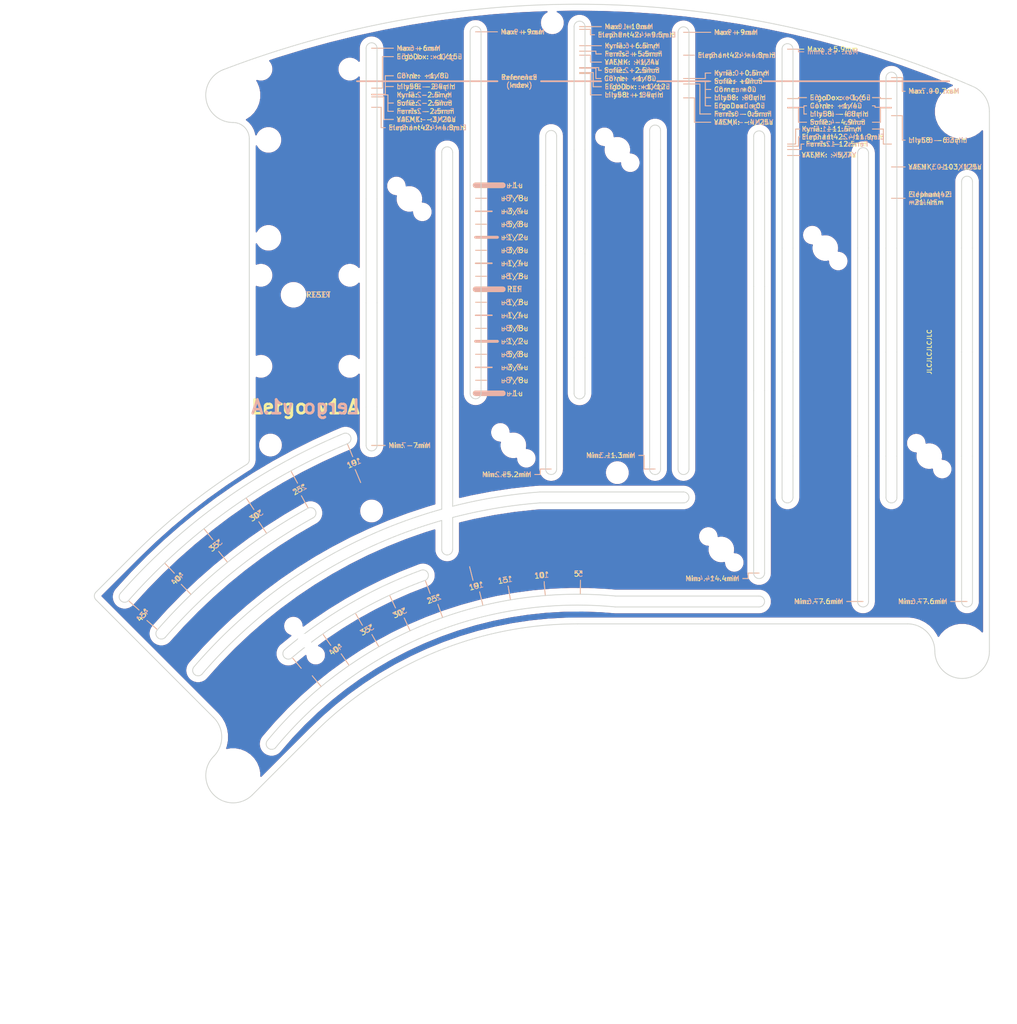
<source format=kicad_pcb>
(kicad_pcb (version 20171130) (host pcbnew 5.1.12-84ad8e8a86~92~ubuntu20.04.1)
  (title_block (title "Lergo bottom plate") (date 2021-11-11) (rev v1.A) (company "Axel Voitier") (comment 1 "SPDX-License-Identifier: CERN-OHL-W-2.0"))
  (layers (0 F.Cu signal) (31 B.Cu signal) (34 B.Paste user hide) (35 F.Paste user hide) (36 B.SilkS user) (37 F.SilkS user) (38 B.Mask user hide) (39 F.Mask user hide) (44 Edge.Cuts user))
  (net 0 "")
  (module "Lergo Footprints:KeebIO_USB-C_Breakout" (layer F.Cu) (at 107.81 52.12 90)
    (fp_text reference REF**)
    (fp_text value KeebIO_USB-C_Breakout)
    (pad "" np_thru_hole circle (at 9 -2.6789 90) (size 2.5 2.5) (drill 2.5) (layers *.Cu *.Mask))
    (pad "" np_thru_hole circle (at -8.9297 -2.6789 90) (size 2.5 2.5) (drill 2.5) (layers *.Cu *.Mask))
  )
  (module "Lergo Footprints:RollerEncoder_TopPlate" (layer F.Cu) (at 180.81 118.12 270)
    (fp_text reference REF**)
    (fp_text value RollerEncoder_Panasonic_EVQWGD001)
  )
  (module "Lergo Footprints:M5_with_washer_and_board" (layer F.Cu) (at 237.220381 136.74)
    (fp_text reference REF** hide)
    (fp_text value MountingHole_2.2mm_M2_ISO14580)
    (pad "" np_thru_hole circle (at -5 0) (size 5.3 5.3) (drill 5.3) (layers *.Cu *.Mask) (clearance 2.35))
  )
  (module "Lergo Footprints:M5_with_washer_and_board" (layer F.Cu) (at 102.174433 163.064671 315)
    (fp_text reference REF** hide)
    (fp_text value MountingHole_2.2mm_M2_ISO14580)
    (pad "" np_thru_hole circle (at -5 0 315) (size 5.3 5.3) (drill 5.3) (layers *.Cu *.Mask) (clearance 2.35))
  )
  (module "Lergo Footprints:M5_with_washer" (layer F.Cu) (at 232.220381 37.928844)
    (fp_text reference REF** hide)
    (fp_text value MountingHole_2.2mm_M2_ISO14580)
    (pad "" np_thru_hole circle (at 0 0) (size 5.3 5.3) (drill 5.3) (layers *.Cu *.Mask) (clearance 2.35))
  )
  (module "Lergo Footprints:M5_with_washer" (layer F.Cu) (at 98.638899 34.932171 90)
    (fp_text reference REF** hide)
    (fp_text value MountingHole_2.2mm_M2_ISO14580)
    (pad "" np_thru_hole circle (at 0 0 90) (size 5.3 5.3) (drill 5.3) (layers *.Cu *.Mask) (clearance 2.35))
  )
  (module "Lergo Footprints:JLCBCB_OrderNumber" (layer F.Cu) (at 226.225 81.95 90)
    (fp_text reference JLCJLCJLCJLC (at 0 0 90) (layer F.SilkS) (effects (font (size 0.8 0.8))))
    (fp_text value JLCBCB_OrderNumber)
  )
  (module "Lergo Footprints:M2_with_washer" (layer F.Cu) (at 124.02625 111.075)
    (fp_text reference Ref** hide)
    (fp_text value Val**)
    (pad "" np_thru_hole circle (at 0 0) (size 2 2) (drill 2) (layers *.Cu *.Mask) (clearance 1.1))
  )
  (module "Lergo Footprints:M2_with_washer" (layer F.Cu) (at 169.05 104.05 90)
    (fp_text reference TH7 hide)
    (fp_text value HOLE)
    (pad "" np_thru_hole circle (at 0 0 90) (size 2 2) (drill 2) (layers *.Cu *.Mask) (clearance 1.1))
  )
  (module "Lergo Footprints:M2_with_washer" (layer F.Cu) (at 105.5 99 90)
    (fp_text reference TH7 hide)
    (fp_text value HOLE)
    (pad "" np_thru_hole circle (at 0 0 90) (size 2 2) (drill 2) (layers *.Cu *.Mask) (clearance 1.1))
  )
  (module "Lergo Footprints:M2_with_washer" (layer F.Cu) (at 157.14375 21.659375 90)
    (fp_text reference TH3 hide)
    (fp_text value HOLE)
    (pad "" np_thru_hole circle (at 0 0 90) (size 2 2) (drill 2) (layers *.Cu *.Mask) (clearance 1.1))
  )
  (module "Lergo Footprints:SK6812_Bit_Bottom" (layer F.Cu) (at 169.05 44.925)
    (fp_text reference SW2 hide)
    (fp_text value KEY_SWITCH hide)
    (pad "" np_thru_hole circle (at 2.38125 2.38125) (size 1.2 1.2) (drill 1.2) (layers *.Cu *.Mask) (clearance 0.9))
    (pad "" np_thru_hole circle (at -2.38125 -2.38125) (size 1.2 1.2) (drill 1.2) (layers *.Cu *.Mask) (clearance 0.9))
    (pad "" np_thru_hole circle (at 0 0) (size 2.5 2.5) (drill 2.5) (layers *.Cu *.Mask))
  )
  (module "Lergo Footprints:SK6812_Bit_Bottom" (layer F.Cu) (at 226.2 101.025)
    (fp_text reference SW2 hide)
    (fp_text value KEY_SWITCH hide)
    (pad "" np_thru_hole circle (at 2.38125 2.38125) (size 1.2 1.2) (drill 1.2) (layers *.Cu *.Mask) (clearance 0.9))
    (pad "" np_thru_hole circle (at -2.38125 -2.38125) (size 1.2 1.2) (drill 1.2) (layers *.Cu *.Mask) (clearance 0.9))
    (pad "" np_thru_hole circle (at 0 0) (size 2.5 2.5) (drill 2.5) (layers *.Cu *.Mask))
  )
  (module "Lergo Footprints:SK6812_Bit_Bottom" (layer F.Cu) (at 188.1 118.12)
    (fp_text reference SW2 hide)
    (fp_text value KEY_SWITCH hide)
    (pad "" np_thru_hole circle (at 2.38125 2.38125) (size 1.2 1.2) (drill 1.2) (layers *.Cu *.Mask) (clearance 0.9))
    (pad "" np_thru_hole circle (at -2.38125 -2.38125) (size 1.2 1.2) (drill 1.2) (layers *.Cu *.Mask) (clearance 0.9))
    (pad "" np_thru_hole circle (at 0 0) (size 2.5 2.5) (drill 2.5) (layers *.Cu *.Mask))
  )
  (module "Lergo Footprints:SK6812_Bit_Bottom" (layer F.Cu) (at 207.15 62.925)
    (fp_text reference SW2 hide)
    (fp_text value KEY_SWITCH hide)
    (pad "" np_thru_hole circle (at 2.38125 2.38125) (size 1.2 1.2) (drill 1.2) (layers *.Cu *.Mask) (clearance 0.9))
    (pad "" np_thru_hole circle (at -2.38125 -2.38125) (size 1.2 1.2) (drill 1.2) (layers *.Cu *.Mask) (clearance 0.9))
    (pad "" np_thru_hole circle (at 0 0) (size 2.5 2.5) (drill 2.5) (layers *.Cu *.Mask))
  )
  (module "Lergo Footprints:SK6812_Bit_Bottom" (layer F.Cu) (at 150 99.05)
    (fp_text reference SW2 hide)
    (fp_text value KEY_SWITCH hide)
    (pad "" np_thru_hole circle (at 2.38125 2.38125) (size 1.2 1.2) (drill 1.2) (layers *.Cu *.Mask) (clearance 0.9))
    (pad "" np_thru_hole circle (at -2.38125 -2.38125) (size 1.2 1.2) (drill 1.2) (layers *.Cu *.Mask) (clearance 0.9))
    (pad "" np_thru_hole circle (at 0 0) (size 2.5 2.5) (drill 2.5) (layers *.Cu *.Mask))
  )
  (module "Lergo Footprints:SK6812_Bit_Bottom" (layer F.Cu) (at 130.95 53.925)
    (fp_text reference SW2 hide)
    (fp_text value KEY_SWITCH hide)
    (pad "" np_thru_hole circle (at 2.38125 2.38125) (size 1.2 1.2) (drill 1.2) (layers *.Cu *.Mask) (clearance 0.9))
    (pad "" np_thru_hole circle (at -2.38125 -2.38125) (size 1.2 1.2) (drill 1.2) (layers *.Cu *.Mask) (clearance 0.9))
    (pad "" np_thru_hole circle (at 0 0) (size 2.5 2.5) (drill 2.5) (layers *.Cu *.Mask))
  )
  (module "Lergo Footprints:SK6812_Bit_Bottom" (layer F.Cu) (at 111.744542 134.81169 352.5)
    (fp_text reference SW2 hide)
    (fp_text value KEY_SWITCH hide)
    (pad "" np_thru_hole circle (at 2.38125 2.38125 352.5) (size 1.2 1.2) (drill 1.2) (layers *.Cu *.Mask) (clearance 0.9))
    (pad "" np_thru_hole circle (at -2.38125 -2.38125 352.5) (size 1.2 1.2) (drill 1.2) (layers *.Cu *.Mask) (clearance 0.9))
    (pad "" np_thru_hole circle (at 0 0 352.5) (size 2.5 2.5) (drill 2.5) (layers *.Cu *.Mask))
  )
  (module "Lergo Footprints:CherryMX_Lergo_v1_BottomPlate_2u" (layer F.Cu) (at 97.135413 135.364647 45)
    (fp_text reference SW2 hide)
    (fp_text value 45° hide)
    (fp_text user %V (at -6.92375 -14.287501 48.7) (layer B.SilkS) (effects (justify mirror)))
    (fp_text user %V (at -6.92375 -14.287501 48.7) (layer B.SilkS) (effects (justify mirror)))
    (fp_text user %V (at -6.92375 -14.287501 48.7) (layer F.SilkS))
    (fp_text user %V (at -6.92375 -14.287501 48.7) (layer F.SilkS))
  )
  (module "Lergo Footprints:CherryMX_Lergo_v1_BottomPlate_2u" (layer F.Cu) (at 103.009594 129.977138 40)
    (fp_text reference SW2 hide)
    (fp_text value 40° hide)
    (fp_text user %V (at 6.92375 14.2875 214.9) (layer B.SilkS) (effects (justify mirror)))
    (fp_text user %V (at -6.92375 -14.2875 43.7) (layer B.SilkS) (effects (justify mirror)))
    (fp_text user %V (at 6.92375 14.2875 214.9) (layer F.SilkS))
    (fp_text user %V (at -6.92375 -14.2875 43.7) (layer F.SilkS))
  )
  (module "Lergo Footprints:CherryMX_Lergo_v1_BottomPlate_2u" (layer F.Cu) (at 109.335495 125.123104 35)
    (fp_text reference SW2 hide)
    (fp_text value 35° hide)
    (fp_text user %V (at 6.92375 14.2875 209.9) (layer B.SilkS) (effects (justify mirror)))
    (fp_text user %V (at -6.92375 -14.2875 38.7) (layer B.SilkS) (effects (justify mirror)))
    (fp_text user %V (at 6.92375 14.2875 209.9) (layer F.SilkS))
    (fp_text user %V (at -6.92375 -14.2875 38.7) (layer F.SilkS))
  )
  (module "Lergo Footprints:CherryMX_Lergo_v1_BottomPlate_2u" (layer F.Cu) (at 123.133072 117.157069 25)
    (fp_text reference SW2 hide)
    (fp_text value 25° hide)
    (fp_text user %V (at 6.92375 14.2875 199.9) (layer B.SilkS) (effects (justify mirror)))
    (fp_text user %V (at -6.92375 -14.2875 28.7) (layer B.SilkS) (effects (justify mirror)))
    (fp_text user %V (at 6.92375 14.2875 199.9) (layer F.SilkS))
    (fp_text user %V (at -6.92375 -14.2875 28.7) (layer F.SilkS))
  )
  (module "Lergo Footprints:CherryMX_Lergo_v1_BottomPlate_2u" (layer F.Cu) (at 132.003452 113.573203 19)
    (fp_text reference SW2 hide)
    (fp_text value 19° hide)
    (fp_text user %V (at 6.92375 14.2875 193.9) (layer B.SilkS) (effects (justify mirror)))
    (fp_text user %V (at -6.92375 -14.2875 22.7) (layer B.SilkS) (effects (justify mirror)))
    (fp_text user %V (at 6.92375 14.2875 193.9) (layer F.SilkS))
    (fp_text user %V (at -6.92375 -14.2875 22.7) (layer F.SilkS))
  )
  (module "Lergo Footprints:CherryMX_Lergo_v1_BottomPlate_2u" (layer F.Cu) (at 116.057845 120.838155 30)
    (fp_text reference SW2 hide)
    (fp_text value 30° hide)
    (fp_text user %V (at 6.92375 14.2875 204.9) (layer B.SilkS) (effects (justify mirror)))
    (fp_text user %V (at -6.92375 -14.2875 33.7) (layer B.SilkS) (effects (justify mirror)))
    (fp_text user %V (at 6.92375 14.2875 204.9) (layer F.SilkS))
    (fp_text user %V (at -6.92375 -14.2875 33.7) (layer F.SilkS))
  )
  (module "Lergo Footprints:CherryMX_Lergo_v1_BottomPlate_1u_No_Rail_Angle_Silk" (layer F.Cu) (at 154.624941 118.435141 5)
    (fp_text reference SW2 hide)
    (fp_text value 5° hide)
    (fp_text user %V (at 6.92375 4.7625 -0.1) (layer B.SilkS) (effects (justify mirror)))
    (fp_text user %V (at 6.92375 4.7625 -0.1) (layer F.SilkS))
  )
  (module "Lergo Footprints:CherryMX_Lergo_v1_BottomPlate_1u_No_Rail_Angle_Silk" (layer F.Cu) (at 147.543805 119.36739 10)
    (fp_text reference SW2 hide)
    (fp_text value 10° hide)
    (fp_text user %V (at 6.92375 4.7625 184.9) (layer B.SilkS) (effects (justify mirror)))
    (fp_text user %V (at 6.92375 4.7625 184.9) (layer F.SilkS))
  )
  (module "Lergo Footprints:Arduino_ProMicro_Lergo_v1_BottomPlate" (layer F.Cu) (at 111.9 58.3875)
    (fp_text reference SW2 hide)
    (fp_text value "PRO MICRO" hide)
    (fp_text user RESET (at 0 13.096875) (layer B.SilkS) (effects (justify right mirror)))
    (fp_text user RESET (at 0 13.096875) (layer F.SilkS) (effects (justify left)))
    (pad "" np_thru_hole circle (at -8.14375 9.525) (size 2 2) (drill 2) (layers *.Cu *.Mask) (clearance 1.1))
    (pad "" np_thru_hole circle (at -8.14375 -28.23) (size 2 2) (drill 2) (layers *.Cu *.Mask) (clearance 1.1))
    (pad "" np_thru_hole circle (at -8.14375 26.19375) (size 2 2) (drill 2) (layers *.Cu *.Mask) (clearance 1.1))
    (pad "" np_thru_hole circle (at 8.14375 26.19375) (size 2 2) (drill 2) (layers *.Cu *.Mask) (clearance 1.1))
    (pad "" np_thru_hole circle (at 8.14375 9.525) (size 2 2) (drill 2) (layers *.Cu *.Mask) (clearance 1.1))
    (pad "" np_thru_hole circle (at 8.14375 -28.23) (size 2 2) (drill 2) (layers *.Cu *.Mask) (clearance 1.1))
    (pad "" np_thru_hole circle (at -2.185 13.095) (size 2.5 2.5) (drill 2.5) (layers *.Cu *.Mask))
  )
  (module "Lergo Footprints:CherryMX_Lergo_v1_BottomPlate_1u_No_Rail_Angle_Silk" (layer F.Cu) (at 140.575 120.91 15)
    (fp_text reference SW2 hide)
    (fp_text value 15° hide)
    (fp_text user %V (at 6.92375 4.7625 189.9) (layer B.SilkS) (effects (justify mirror)))
    (fp_text user %V (at 6.92375 4.7625 189.9) (layer F.SilkS))
  )
  (module "Lergo Footprints:CherryMX_Lergo_v1_BottomPlate_1u_No_Rail" (layer F.Cu) (at 207.15 53.4)
    (fp_text reference SW2 hide)
    (fp_text value KEY_SWITCH hide)
  )
  (module "Lergo Footprints:CherryMX_Lergo_v1_BottomPlate_1u_No_Rail" (layer F.Cu) (at 150 80)
    (fp_text reference SW2 hide)
    (fp_text value KEY_SWITCH hide)
  )
  (module "Lergo Footprints:CherryMX_Lergo_v1_BottomPlate_1u_Mount_Spacing" (layer F.Cu) (at 137.87375 118.12 180)
    (fp_text reference Spacer hide)
    (fp_text value KEY_SWITCH hide)
  )
  (module "Lergo Footprints:CherryMX_Lergo_v1_BottomPlate_1u_No_Rail" (layer F.Cu) (at 188.1 98.55)
    (fp_text reference SW2 hide)
    (fp_text value KEY_SWITCH hide)
  )
  (module "Lergo Footprints:CherryMX_Lergo_v1_BottomPlate_1u_No_Rail" (layer F.Cu) (at 130.95 44.4)
    (fp_text reference SW2 hide)
    (fp_text value KEY_SWITCH hide)
  )
  (module "Lergo Footprints:CherryMX_Lergo_v1_BottomPlate_1u_No_Rail" (layer F.Cu) (at 226.2 53.4)
    (fp_text reference SW2 hide)
    (fp_text value KEY_SWITCH hide)
  )
  (module "Lergo Footprints:CherryMX_Lergo_v1_BottomPlate_1u_No_Rail" (layer F.Cu) (at 226.2 110.55)
    (fp_text reference SW2 hide)
    (fp_text value KEY_SWITCH hide)
  )
  (module "Lergo Footprints:CherryMX_Lergo_v1_BottomPlate_1u_No_Rail" (layer F.Cu) (at 207.15 110.55)
    (fp_text reference SW2 hide)
    (fp_text value KEY_SWITCH hide)
  )
  (module "Lergo Footprints:CherryMX_Lergo_v1_BottomPlate_1u_No_Rail" (layer F.Cu) (at 150 41.9)
    (fp_text reference SW2 hide)
    (fp_text value KEY_SWITCH hide)
  )
  (module "Lergo Footprints:CherryMX_Lergo_v1_BottomPlate_1u_No_Rail" (layer F.Cu) (at 188.1 41.4)
    (fp_text reference SW2 hide)
    (fp_text value KEY_SWITCH hide)
  )
  (module "Lergo Footprints:CherryMX_Lergo_v1_BottomPlate_1u_No_Rail" (layer F.Cu) (at 169.05 35.4)
    (fp_text reference SW2 hide)
    (fp_text value KEY_SWITCH hide)
  )
  (module "Lergo Footprints:CherryMX_Lergo_v1_BottomPlate_1u_No_Rail" (layer F.Cu) (at 130.95 101.55)
    (fp_text reference SW2 hide)
    (fp_text value KEY_SWITCH hide)
  )
  (module "Lergo Footprints:CherryMX_Lergo_v1_BottomPlate_1u_No_Rail" (layer F.Cu) (at 150 99.05)
    (fp_text reference SW2 hide)
    (fp_text value KEY_SWITCH hide)
  )
  (module "Lergo Footprints:CherryMX_Lergo_v1_BottomPlate_1u_No_Rail" (layer F.Cu) (at 169.05 92.55)
    (fp_text reference SW2 hide)
    (fp_text value KEY_SWITCH hide)
  )
  (module "Lergo Footprints:CherryMX_Lergo_v1_BottomPlate_1u_No_Rail" (layer F.Cu) (at 180.81 118.12)
    (fp_text reference SW2 hide)
    (fp_text value KEY_SWITCH hide)
  )
  (module "Lergo Footprints:CherryMX_Lergo_v1_BottomPlate_1u_No_Rail" (layer F.Cu) (at 161.76 118.12)
    (fp_text reference SW2 hide)
    (fp_text value KEY_SWITCH hide)
  )
  (module "Lergo Footprints:CherryMX_Lergo_v1_BottomPlate_1u" (layer F.Cu) (at 207.15 72.45)
    (fp_text reference SW2 hide)
    (fp_text value KEY_SWITCH hide)
    (fp_line (start -7.92375 -9.525) (end -7.92375 9.525) (layer Edge.Cuts) (width 0.15))
    (fp_line (start 7.92375 -9.525) (end 7.92375 9.525) (layer Edge.Cuts) (width 0.15))
    (fp_line (start -5.92375 -9.525) (end -5.92375 9.525) (layer Edge.Cuts) (width 0.15))
    (fp_line (start 5.92375 -9.525) (end 5.92375 9.525) (layer Edge.Cuts) (width 0.15))
  )
  (module "Lergo Footprints:CherryMX_Lergo_v1_BottomPlate_1u" (layer F.Cu) (at 226.2 91.5)
    (fp_text reference SW2 hide)
    (fp_text value KEY_SWITCH hide)
    (fp_line (start -7.92375 -9.525) (end -7.92375 9.525) (layer Edge.Cuts) (width 0.15))
    (fp_line (start 7.92375 -9.525) (end 7.92375 9.525) (layer Edge.Cuts) (width 0.15))
    (fp_line (start -5.92375 -9.525) (end -5.92375 9.525) (layer Edge.Cuts) (width 0.15))
    (fp_line (start 5.92375 -9.525) (end 5.92375 9.525) (layer Edge.Cuts) (width 0.15))
  )
  (module "Lergo Footprints:CherryMX_Lergo_v1_BottomPlate_1u" (layer F.Cu) (at 207.15 91.5)
    (fp_text reference SW2 hide)
    (fp_text value KEY_SWITCH hide)
    (fp_line (start -7.92375 -9.525) (end -7.92375 9.525) (layer Edge.Cuts) (width 0.15))
    (fp_line (start 7.92375 -9.525) (end 7.92375 9.525) (layer Edge.Cuts) (width 0.15))
    (fp_line (start -5.92375 -9.525) (end -5.92375 9.525) (layer Edge.Cuts) (width 0.15))
    (fp_line (start 5.92375 -9.525) (end 5.92375 9.525) (layer Edge.Cuts) (width 0.15))
  )
  (module "Lergo Footprints:CherryMX_Lergo_v1_BottomPlate_1u" (layer F.Cu) (at 188.1 79.5)
    (fp_text reference SW2 hide)
    (fp_text value KEY_SWITCH hide)
    (fp_line (start -7.92375 -9.525) (end -7.92375 9.525) (layer Edge.Cuts) (width 0.15))
    (fp_line (start 7.92375 -9.525) (end 7.92375 9.525) (layer Edge.Cuts) (width 0.15))
    (fp_line (start -5.92375 -9.525) (end -5.92375 9.525) (layer Edge.Cuts) (width 0.15))
    (fp_line (start 5.92375 -9.525) (end 5.92375 9.525) (layer Edge.Cuts) (width 0.15))
  )
  (module "Lergo Footprints:CherryMX_Lergo_v1_BottomPlate_1u" (layer F.Cu) (at 169.05 73.5)
    (fp_text reference SW2 hide)
    (fp_text value KEY_SWITCH hide)
    (fp_line (start -7.92375 -9.525) (end -7.92375 9.525) (layer Edge.Cuts) (width 0.15))
    (fp_line (start 7.92375 -9.525) (end 7.92375 9.525) (layer Edge.Cuts) (width 0.15))
    (fp_line (start -5.92375 -9.525) (end -5.92375 9.525) (layer Edge.Cuts) (width 0.15))
    (fp_line (start 5.92375 -9.525) (end 5.92375 9.525) (layer Edge.Cuts) (width 0.15))
  )
  (module "Lergo Footprints:CherryMX_Lergo_v1_BottomPlate_1u" (layer F.Cu) (at 130.95 63.45)
    (fp_text reference SW2 hide)
    (fp_text value KEY_SWITCH hide)
    (fp_line (start -7.92375 -9.525) (end -7.92375 9.525) (layer Edge.Cuts) (width 0.15))
    (fp_line (start 7.92375 -9.525) (end 7.92375 9.525) (layer Edge.Cuts) (width 0.15))
    (fp_line (start -5.92375 -9.525) (end -5.92375 9.525) (layer Edge.Cuts) (width 0.15))
    (fp_line (start 5.92375 -9.525) (end 5.92375 9.525) (layer Edge.Cuts) (width 0.15))
  )
  (module "Lergo Footprints:CherryMX_Lergo_v1_BottomPlate_1u" (layer F.Cu) (at 150 60.95)
    (fp_text reference SW2 hide)
    (fp_text value KEY_SWITCH hide)
    (fp_line (start -7.92375 -9.525) (end -7.92375 9.525) (layer Edge.Cuts) (width 0.15))
    (fp_line (start 7.92375 -9.525) (end 7.92375 9.525) (layer Edge.Cuts) (width 0.15))
    (fp_line (start -5.92375 -9.525) (end -5.92375 9.525) (layer Edge.Cuts) (width 0.15))
    (fp_line (start 5.92375 -9.525) (end 5.92375 9.525) (layer Edge.Cuts) (width 0.15))
  )
  (module "Lergo Footprints:CherryMX_Lergo_v1_BottomPlate_1u" (layer F.Cu) (at 169.05 54.45)
    (fp_text reference SW2 hide)
    (fp_text value KEY_SWITCH hide)
    (fp_line (start -7.92375 -9.525) (end -7.92375 9.525) (layer Edge.Cuts) (width 0.15))
    (fp_line (start 7.92375 -9.525) (end 7.92375 9.525) (layer Edge.Cuts) (width 0.15))
    (fp_line (start -5.92375 -9.525) (end -5.92375 9.525) (layer Edge.Cuts) (width 0.15))
    (fp_line (start 5.92375 -9.525) (end 5.92375 9.525) (layer Edge.Cuts) (width 0.15))
  )
  (module "Lergo Footprints:CherryMX_Lergo_v1_BottomPlate_1u" (layer F.Cu) (at 188.1 60.45)
    (fp_text reference SW2 hide)
    (fp_text value KEY_SWITCH hide)
    (fp_line (start -7.92375 -9.525) (end -7.92375 9.525) (layer Edge.Cuts) (width 0.15))
    (fp_line (start 7.92375 -9.525) (end 7.92375 9.525) (layer Edge.Cuts) (width 0.15))
    (fp_line (start -5.92375 -9.525) (end -5.92375 9.525) (layer Edge.Cuts) (width 0.15))
    (fp_line (start 5.92375 -9.525) (end 5.92375 9.525) (layer Edge.Cuts) (width 0.15))
  )
  (module "Lergo Footprints:CherryMX_Lergo_v1_BottomPlate_1u" (layer F.Cu) (at 226.2 72.45)
    (fp_text reference SW2 hide)
    (fp_text value KEY_SWITCH hide)
    (fp_line (start -7.92375 -9.525) (end -7.92375 9.525) (layer Edge.Cuts) (width 0.15))
    (fp_line (start 7.92375 -9.525) (end 7.92375 9.525) (layer Edge.Cuts) (width 0.15))
    (fp_line (start -5.92375 -9.525) (end -5.92375 9.525) (layer Edge.Cuts) (width 0.15))
    (fp_line (start 5.92375 -9.525) (end 5.92375 9.525) (layer Edge.Cuts) (width 0.15))
  )
  (module "Lergo Footprints:CherryMX_Lergo_v1_BottomPlate_1u" (layer F.Cu) (at 130.95 82.5)
    (fp_text reference SW2 hide)
    (fp_text value KEY_SWITCH hide)
    (fp_line (start -7.92375 -9.525) (end -7.92375 9.525) (layer Edge.Cuts) (width 0.15))
    (fp_line (start 7.92375 -9.525) (end 7.92375 9.525) (layer Edge.Cuts) (width 0.15))
    (fp_line (start -5.92375 -9.525) (end -5.92375 9.525) (layer Edge.Cuts) (width 0.15))
    (fp_line (start 5.92375 -9.525) (end 5.92375 9.525) (layer Edge.Cuts) (width 0.15))
  )
  (gr_text "Min: -7mm" (at 127.02625 99.07) (layer B.SilkS) (effects (font (size 0.9 0.9)) (justify right mirror)))
  (gr_line (start 124.02625 99.07) (end 126.52625 99.07) (layer B.SilkS) (width 0.153))
  (gr_line (start 124.02625 99.07) (end 126.52625 99.07) (layer F.SilkS) (width 0.153))
  (gr_text "Min: -7mm" (at 127.02625 99.07) (layer F.SilkS) (effects (font (size 0.9 0.9)) (justify left)))
  (gr_line (start 156.92375 103.395) (end 154.92375 103.395) (layer B.SilkS) (width 0.153))
  (gr_line (start 154.92375 103.395) (end 154.92375 104.395) (layer B.SilkS) (width 0.153))
  (gr_line (start 154.92375 104.395) (end 153.92375 104.395) (layer B.SilkS) (width 0.153))
  (gr_text "Min: +5.2mm" (at 153.42375 104.395) (layer B.SilkS) (effects (font (size 0.9 0.9)) (justify left mirror)))
  (gr_line (start 175.97375 103.395) (end 173.97375 103.395) (layer B.SilkS) (width 0.153))
  (gr_line (start 173.97375 103.395) (end 173.97375 100.895) (layer B.SilkS) (width 0.153))
  (gr_line (start 173.97375 100.895) (end 172.97375 100.895) (layer B.SilkS) (width 0.153))
  (gr_text "Min: -1.3mm" (at 172.47375 100.895) (layer B.SilkS) (effects (font (size 0.9 0.9)) (justify left mirror)))
  (gr_line (start 193.02375 123.445) (end 193.02375 122.445) (layer B.SilkS) (width 0.153))
  (gr_line (start 192.02375 123.445) (end 193.02375 123.445) (layer B.SilkS) (width 0.153))
  (gr_line (start 195.02375 122.445) (end 193.02375 122.445) (layer B.SilkS) (width 0.153))
  (gr_text "Min: -14.4mm" (at 191.52375 123.445) (layer B.SilkS) (effects (font (size 0.9 0.9)) (justify left mirror)))
  (gr_text "Min: -7.6mm" (at 210.57375 127.64375) (layer B.SilkS) (effects (font (size 0.9 0.9)) (justify left mirror)))
  (gr_line (start 214.07375 127.64375) (end 211.07375 127.64375) (layer B.SilkS) (width 0.153))
  (gr_text "Min: -7.6mm" (at 229.62375 127.64375) (layer B.SilkS) (effects (font (size 0.9 0.9)) (justify left mirror)))
  (gr_line (start 233.12375 127.64375) (end 230.12375 127.64375) (layer B.SilkS) (width 0.153))
  (gr_line (start 154.92375 104.395) (end 153.92375 104.395) (layer F.SilkS) (width 0.153))
  (gr_line (start 154.92375 103.395) (end 154.92375 104.395) (layer F.SilkS) (width 0.153))
  (gr_line (start 193.02375 123.445) (end 193.02375 122.445) (layer F.SilkS) (width 0.153))
  (gr_line (start 192.02375 123.445) (end 193.02375 123.445) (layer F.SilkS) (width 0.153))
  (gr_line (start 156.92375 103.395) (end 154.92375 103.395) (layer F.SilkS) (width 0.153))
  (gr_line (start 173.97375 100.895) (end 172.97375 100.895) (layer F.SilkS) (width 0.153))
  (gr_line (start 173.97375 103.395) (end 173.97375 100.895) (layer F.SilkS) (width 0.153))
  (gr_line (start 175.97375 103.395) (end 173.97375 103.395) (layer F.SilkS) (width 0.153))
  (gr_line (start 195.02375 122.445) (end 193.02375 122.445) (layer F.SilkS) (width 0.153))
  (gr_line (start 214.07375 127.64375) (end 211.07375 127.64375) (layer F.SilkS) (width 0.153))
  (gr_line (start 233.12375 127.64375) (end 230.12375 127.64375) (layer F.SilkS) (width 0.153))
  (gr_text "Min: +5.2mm" (at 153.42375 104.395) (layer F.SilkS) (effects (font (size 0.9 0.9)) (justify right)))
  (gr_text "Min: -1.3mm" (at 172.47375 100.895) (layer F.SilkS) (effects (font (size 0.9 0.9)) (justify right)))
  (gr_text "Min: -14.4mm" (at 191.52375 123.445) (layer F.SilkS) (effects (font (size 0.9 0.9)) (justify right)))
  (gr_text "Min: -7.6mm" (at 210.57375 127.64375) (layer F.SilkS) (effects (font (size 0.9 0.9)) (justify right)))
  (gr_text "Min: -7.6mm" (at 229.62375 127.64375) (layer F.SilkS) (effects (font (size 0.9 0.9)) (justify right)))
  (gr_line (start 202.22625 26.992464) (end 202.22625 26.492464) (layer B.SilkS) (width 0.153))
  (gr_line (start 203.22625 26.992464) (end 202.22625 26.992464) (layer B.SilkS) (width 0.153))
  (gr_text "Elephant42:\n-21.4mm" (at 222.27625 53.816945) (layer B.SilkS) (effects (font (size 0.9 0.9)) (justify right mirror)))
  (gr_line (start 221.77625 53.816945) (end 219.27625 53.816945) (layer B.SilkS) (width 0.153))
  (gr_text "YAEMK: -103/125u" (at 222.27625 48.0722) (layer B.SilkS) (effects (font (size 0.9 0.9)) (justify right mirror)))
  (gr_line (start 221.77625 48.0722) (end 219.27625 48.0722) (layer B.SilkS) (width 0.153))
  (gr_text "Lily58: -6.3mm" (at 222.27625 43.175) (layer B.SilkS) (effects (font (size 0.9 0.9)) (justify right mirror)))
  (gr_line (start 221.77625 43.175) (end 221.27625 43.175) (layer B.SilkS) (width 0.153))
  (gr_line (start 221.27625 43.175) (end 221.27625 38.675) (layer B.SilkS) (width 0.153))
  (gr_line (start 221.27625 38.675) (end 219.27625 38.675) (layer B.SilkS) (width 0.153))
  (gr_text "Max: +0.7mm" (at 222.27625 34.175) (layer B.SilkS) (effects (font (size 0.9 0.9)) (justify right mirror)))
  (gr_line (start 221.27625 34.216945) (end 221.77625 34.216945) (layer B.SilkS) (width 0.153))
  (gr_line (start 221.27625 31.716945) (end 221.27625 34.216945) (layer B.SilkS) (width 0.153))
  (gr_line (start 221.27625 31.716945) (end 219.27625 31.716945) (layer B.SilkS) (width 0.153))
  (gr_line (start 217.77625 43.875) (end 219.27625 43.875) (layer B.SilkS) (width 0.153))
  (gr_line (start 217.77625 41.125) (end 217.77625 43.875) (layer B.SilkS) (width 0.153))
  (gr_line (start 217.77625 41.125) (end 215.77625 41.125) (layer B.SilkS) (width 0.153))
  (gr_line (start 217.27625 35.375) (end 217.27625 35.55254) (layer B.SilkS) (width 0.153))
  (gr_line (start 216.27625 36.875) (end 216.27625 37.1375) (layer B.SilkS) (width 0.153))
  (gr_line (start 217.27625 39.875) (end 217.27625 37.275) (layer B.SilkS) (width 0.153))
  (gr_line (start 215.77625 39.875) (end 217.27625 39.875) (layer B.SilkS) (width 0.153))
  (gr_line (start 217.27625 37.275) (end 219.27625 37.275) (layer B.SilkS) (width 0.153))
  (gr_line (start 216.27625 37.1375) (end 219.27625 37.1375) (layer B.SilkS) (width 0.153))
  (gr_line (start 216.27625 36.875) (end 215.77625 36.875) (layer B.SilkS) (width 0.153))
  (gr_line (start 217.27625 35.55254) (end 219.27625 35.55254) (layer B.SilkS) (width 0.153))
  (gr_line (start 217.27625 35.375) (end 215.77625 35.375) (layer B.SilkS) (width 0.153))
  (gr_line (start 221.77625 53.816945) (end 219.27625 53.816945) (layer F.SilkS) (width 0.153))
  (gr_line (start 221.27625 34.216945) (end 221.77625 34.216945) (layer F.SilkS) (width 0.153))
  (gr_line (start 221.27625 31.716945) (end 221.27625 34.216945) (layer F.SilkS) (width 0.153))
  (gr_line (start 221.27625 31.716945) (end 219.27625 31.716945) (layer F.SilkS) (width 0.153))
  (gr_line (start 217.77625 41.125) (end 215.77625 41.125) (layer F.SilkS) (width 0.153))
  (gr_line (start 217.77625 41.125) (end 217.77625 43.875) (layer F.SilkS) (width 0.153))
  (gr_line (start 217.77625 43.875) (end 219.27625 43.875) (layer F.SilkS) (width 0.153))
  (gr_line (start 215.77625 39.875) (end 217.27625 39.875) (layer F.SilkS) (width 0.153))
  (gr_line (start 217.27625 37.275) (end 217.27625 39.875) (layer F.SilkS) (width 0.153))
  (gr_line (start 217.27625 37.275) (end 219.27625 37.275) (layer F.SilkS) (width 0.153))
  (gr_line (start 216.27625 36.875) (end 215.77625 36.875) (layer F.SilkS) (width 0.153))
  (gr_line (start 216.27625 36.875) (end 216.27625 37.1375) (layer F.SilkS) (width 0.153))
  (gr_line (start 216.27625 37.1375) (end 219.27625 37.1375) (layer F.SilkS) (width 0.153))
  (gr_line (start 217.27625 35.375) (end 217.27625 35.55254) (layer F.SilkS) (width 0.153))
  (gr_line (start 217.27625 35.375) (end 215.77625 35.375) (layer F.SilkS) (width 0.153))
  (gr_line (start 217.27625 35.55254) (end 219.27625 35.55254) (layer F.SilkS) (width 0.153))
  (gr_text "Elephant42:\n-21.4mm" (at 222.27625 53.816945) (layer F.SilkS) (effects (font (size 0.9 0.9)) (justify left)))
  (gr_text "Lergo v1.A" (at 111.9 92.025) (layer B.SilkS) (effects (font (size 2.5 2.5) (thickness 0.5)) (justify mirror)))
  (gr_text "YAEMK: -5/7u" (at 202.72625 45.875) (layer B.SilkS) (effects (font (size 0.9 0.9)) (justify right mirror)))
  (gr_text "Ferris: -12.5mm" (at 203.47625 43.875) (layer B.SilkS) (effects (font (size 0.9 0.9)) (justify right mirror)))
  (gr_text "Elephant42: -11.9mm" (at 202.72625 42.57) (layer B.SilkS) (effects (font (size 0.9 0.9)) (justify right mirror)))
  (gr_text "Kyria: -11.5mm" (at 202.72625 41.125) (layer B.SilkS) (effects (font (size 0.9 0.9)) (justify right mirror)))
  (gr_text "Sofle: -4.9mm" (at 204.22625 39.875) (layer B.SilkS) (effects (font (size 0.9 0.9)) (justify right mirror)))
  (gr_text "Lily58: -4.8mm" (at 204.22625 38.375) (layer B.SilkS) (effects (font (size 0.9 0.9)) (justify right mirror)))
  (gr_text "Corne: -1/4u" (at 204.22625 36.875) (layer B.SilkS) (effects (font (size 0.9 0.9)) (justify right mirror)))
  (gr_text "ErgoDox: -1/6u" (at 204.22625 35.375) (layer B.SilkS) (effects (font (size 0.9 0.9)) (justify right mirror)))
  (gr_line (start 200.22625 45.964) (end 202.47625 45.964) (layer B.SilkS) (width 0.153))
  (gr_line (start 201.72625 41.125) (end 201.72625 43.875) (layer B.SilkS) (width 0.153))
  (gr_line (start 202.22625 42.57) (end 202.22625 44.285) (layer B.SilkS) (width 0.153))
  (gr_line (start 202.72625 43.875) (end 202.72625 44.875) (layer B.SilkS) (width 0.153))
  (gr_line (start 203.22625 43.875) (end 202.72625 43.875) (layer B.SilkS) (width 0.153))
  (gr_line (start 202.72625 44.875) (end 200.22625 44.875) (layer B.SilkS) (width 0.153))
  (gr_line (start 200.22625 44.285) (end 202.22625 44.285) (layer B.SilkS) (width 0.153))
  (gr_line (start 202.47625 42.57) (end 202.22625 42.57) (layer B.SilkS) (width 0.153))
  (gr_line (start 202.47625 41.125) (end 201.72625 41.125) (layer B.SilkS) (width 0.153))
  (gr_line (start 200.22625 43.875) (end 201.72625 43.875) (layer B.SilkS) (width 0.153))
  (gr_line (start 202.22625 39.875) (end 203.72625 39.875) (layer B.SilkS) (width 0.153))
  (gr_line (start 200.22625 37.275) (end 202.22625 37.275) (layer B.SilkS) (width 0.153))
  (gr_line (start 202.22625 37.275) (end 202.22625 39.875) (layer B.SilkS) (width 0.153))
  (gr_line (start 203.22625 36.875) (end 203.22625 38.375) (layer B.SilkS) (width 0.153))
  (gr_line (start 203.22625 38.375) (end 203.72625 38.375) (layer B.SilkS) (width 0.153))
  (gr_line (start 200.22625 37.1375) (end 203.22625 37.1375) (layer B.SilkS) (width 0.153))
  (gr_line (start 203.72625 36.875) (end 203.22625 36.875) (layer B.SilkS) (width 0.153))
  (gr_line (start 200.22625 35.55254) (end 202.22625 35.55254) (layer B.SilkS) (width 0.153))
  (gr_line (start 202.22625 35.375) (end 202.22625 35.55254) (layer B.SilkS) (width 0.153))
  (gr_line (start 203.72625 35.375) (end 202.22625 35.375) (layer B.SilkS) (width 0.153))
  (gr_line (start 200.22625 26.492464) (end 202.22625 26.492464) (layer B.SilkS) (width 0.153))
  (gr_text "Max: +5.9mm" (at 203.72625 26.992464) (layer B.SilkS) (effects (font (size 0.9 0.9)) (justify right mirror)))
  (gr_text "YAEMK: -4/25u" (at 186.67625 39.875) (layer B.SilkS) (effects (font (size 0.9 0.9)) (justify right mirror)))
  (gr_text "Ferris: -0.5mm" (at 186.67625 38.375) (layer B.SilkS) (effects (font (size 0.9 0.9)) (justify right mirror)))
  (gr_text "ErgoDox: +0u" (at 186.67625 36.875) (layer B.SilkS) (effects (font (size 0.9 0.9)) (justify right mirror)))
  (gr_text "Lily58: +0mm" (at 186.67625 35.375) (layer B.SilkS) (effects (font (size 0.9 0.9)) (justify right mirror)))
  (gr_text "Corne: +0u" (at 186.67625 33.875) (layer B.SilkS) (effects (font (size 0.9 0.9)) (justify right mirror)))
  (gr_text "Sofle: +0mm" (at 186.67625 32.375) (layer B.SilkS) (effects (font (size 0.9 0.9)) (justify right mirror)))
  (gr_text "Kyria: +0.5mm" (at 186.67625 30.875) (layer B.SilkS) (effects (font (size 0.9 0.9)) (justify right mirror)))
  (gr_text "Elephant42: +4.8mm" (at 183.67625 27.6145) (layer B.SilkS) (effects (font (size 0.9 0.9)) (justify right mirror)))
  (gr_text "Max: +9mm" (at 186.67625 23.41485) (layer B.SilkS) (effects (font (size 0.9 0.9)) (justify right mirror)))
  (gr_line (start 185.17625 31.875) (end 185.17625 30.875) (layer B.SilkS) (width 0.153))
  (gr_line (start 184.17625 38.375) (end 184.17625 32.875) (layer B.SilkS) (width 0.153))
  (gr_line (start 183.17625 39.875) (end 183.17625 35.423) (layer B.SilkS) (width 0.153))
  (gr_line (start 186.17625 33.875) (end 185.17625 33.875) (layer B.SilkS) (width 0.153))
  (gr_line (start 186.17625 35.375) (end 185.17625 35.375) (layer B.SilkS) (width 0.153))
  (gr_line (start 186.17625 36.875) (end 185.17625 36.875) (layer B.SilkS) (width 0.153))
  (gr_line (start 186.17625 38.375) (end 184.17625 38.375) (layer B.SilkS) (width 0.153))
  (gr_line (start 186.17625 39.875) (end 183.17625 39.875) (layer B.SilkS) (width 0.153))
  (gr_line (start 183.17625 35.423) (end 181.17625 35.423) (layer B.SilkS) (width 0.153))
  (gr_line (start 185.17625 36.875) (end 185.17625 32.375) (layer B.SilkS) (width 0.153))
  (gr_line (start 184.17625 32.875) (end 181.17625 32.875) (layer B.SilkS) (width 0.153))
  (gr_line (start 185.17625 30.875) (end 186.17625 30.875) (layer B.SilkS) (width 0.153))
  (gr_line (start 181.17625 32.375) (end 186.17625 32.375) (layer B.SilkS) (width 0.153))
  (gr_line (start 185.17625 31.875) (end 181.17625 31.875) (layer B.SilkS) (width 0.153))
  (gr_line (start 181.17625 27.6145) (end 183.17625 27.6145) (layer B.SilkS) (width 0.153))
  (gr_line (start 181.17625 23.41485) (end 186.17625 23.41485) (layer B.SilkS) (width 0.153))
  (gr_line (start 185.17625 31.875) (end 181.17625 31.875) (layer F.SilkS) (width 0.153))
  (gr_text "Lily58: +1.4mm" (at 166.62625 34.875) (layer B.SilkS) (effects (font (size 0.9 0.9)) (justify right mirror)))
  (gr_text "ErgoDox: +1/12u" (at 166.62625 33.375) (layer B.SilkS) (effects (font (size 0.9 0.9)) (justify right mirror)))
  (gr_text "Corne: +1/8u" (at 166.52625 31.875) (layer B.SilkS) (effects (font (size 0.9 0.9)) (justify right mirror)))
  (gr_text "Sofle: +2.5mm" (at 166.52625 30.375) (layer B.SilkS) (effects (font (size 0.9 0.9)) (justify right mirror)))
  (gr_text "YAEMK: +1/4u" (at 166.62625 28.875) (layer B.SilkS) (effects (font (size 0.9 0.9)) (justify right mirror)))
  (gr_text "Ferris: +5.5mm" (at 166.62625 27.375) (layer B.SilkS) (effects (font (size 0.9 0.9)) (justify right mirror)))
  (gr_text "Kyria: +6.5mm" (at 166.62625 25.875) (layer B.SilkS) (effects (font (size 0.9 0.9)) (justify right mirror)))
  (gr_line (start 166.12625 25.875) (end 162.12625 25.875) (layer B.SilkS) (width 0.153))
  (gr_line (start 166.12625 25.875) (end 162.12625 25.875) (layer F.SilkS) (width 0.153))
  (gr_text "Elephant42: +9.5mm" (at 165.37625 23.875) (layer B.SilkS) (effects (font (size 0.9 0.9)) (justify right mirror)))
  (gr_text "Max: +10mm" (at 166.62625 22.375) (layer B.SilkS) (effects (font (size 0.9 0.9)) (justify right mirror)))
  (gr_line (start 166.12625 34.875) (end 164.12625 34.875) (layer B.SilkS) (width 0.153))
  (gr_line (start 166.12625 33.375) (end 164.62625 33.375) (layer B.SilkS) (width 0.153))
  (gr_line (start 166.02625 31.875) (end 165.12625 31.875) (layer B.SilkS) (width 0.153))
  (gr_line (start 162.12625 30.975) (end 164.12625 30.975) (layer B.SilkS) (width 0.153))
  (gr_line (start 162.12625 30.775) (end 164.62625 30.775) (layer B.SilkS) (width 0.153))
  (gr_line (start 165.62625 30.375) (end 166.12625 30.375) (layer B.SilkS) (width 0.153))
  (gr_line (start 162.12625 29.99375) (end 165.12625 29.99375) (layer B.SilkS) (width 0.153))
  (gr_line (start 162.12625 29.875) (end 165.62625 29.875) (layer B.SilkS) (width 0.153))
  (gr_line (start 166.12625 28.875) (end 164.12625 28.875) (layer B.SilkS) (width 0.153))
  (gr_line (start 162.12625 27.6125) (end 164.12625 27.6125) (layer B.SilkS) (width 0.153))
  (gr_line (start 165.12625 27.375) (end 166.12625 27.375) (layer B.SilkS) (width 0.153))
  (gr_line (start 162.12625 26.875) (end 165.12625 26.875) (layer B.SilkS) (width 0.153))
  (gr_line (start 164.87625 23.875) (end 164.12625 23.875) (layer B.SilkS) (width 0.153))
  (gr_line (start 164.12625 22.875) (end 162.12625 22.875) (layer B.SilkS) (width 0.153))
  (gr_line (start 166.12625 22.375) (end 162.12625 22.375) (layer B.SilkS) (width 0.153))
  (gr_line (start 164.12625 34.875) (end 164.12625 30.975) (layer B.SilkS) (width 0.153))
  (gr_line (start 164.62625 30.775) (end 164.62625 33.375) (layer B.SilkS) (width 0.153))
  (gr_line (start 165.12625 31.875) (end 165.12625 29.99375) (layer B.SilkS) (width 0.153))
  (gr_line (start 165.62625 29.875) (end 165.62625 30.375) (layer B.SilkS) (width 0.153))
  (gr_line (start 164.12625 28.875) (end 164.12625 27.6125) (layer B.SilkS) (width 0.153))
  (gr_line (start 165.12625 26.875) (end 165.12625 27.375) (layer B.SilkS) (width 0.153))
  (gr_line (start 164.12625 22.875) (end 164.12625 23.875) (layer B.SilkS) (width 0.153))
  (gr_text "Max: +6mm" (at 128.52625 26.335557) (layer F.SilkS) (effects (font (size 0.9 0.9)) (justify left)))
  (gr_text "ErgoDox: -1/15u" (at 128.52625 27.875) (layer F.SilkS) (effects (font (size 0.9 0.9)) (justify left)))
  (gr_text "Corne: -1/8u" (at 128.52625 31.375) (layer F.SilkS) (effects (font (size 0.9 0.9)) (justify left)))
  (gr_text "Lily58: -2.4mm" (at 128.52625 33.356251) (layer F.SilkS) (effects (font (size 0.9 0.9)) (justify left)))
  (gr_text "Kyria: -2.5mm" (at 128.52625 34.875) (layer F.SilkS) (effects (font (size 0.9 0.9)) (justify left)))
  (gr_text "Sofle: -2.5mm" (at 128.52625 36.375) (layer F.SilkS) (effects (font (size 0.9 0.9)) (justify left)))
  (gr_text "Ferris: -2.5mm" (at 128.52625 37.875) (layer F.SilkS) (effects (font (size 0.9 0.9)) (justify left)))
  (gr_text "YAEMK: -3/20u" (at 128.52625 39.375) (layer F.SilkS) (effects (font (size 0.9 0.9)) (justify left)))
  (gr_text "Elephant42: -4.8mm" (at 127.02625 40.875) (layer F.SilkS) (effects (font (size 0.9 0.9)) (justify left)))
  (gr_text "Max: +9mm" (at 147.57625 23.337715) (layer B.SilkS) (effects (font (size 0.9 0.9)) (justify right mirror)))
  (gr_line (start 147.07625 23.337715) (end 143.07625 23.337715) (layer B.SilkS) (width 0.153))
  (gr_line (start 125.77625 40.875) (end 126.52625 40.875) (layer B.SilkS) (width 0.153))
  (gr_line (start 128.02625 39.375) (end 126.27625 39.375) (layer B.SilkS) (width 0.153))
  (gr_line (start 125.77625 37.135) (end 125.77625 40.875) (layer B.SilkS) (width 0.153))
  (gr_line (start 124.02625 37.135) (end 125.77625 37.135) (layer B.SilkS) (width 0.153))
  (gr_line (start 128.02625 37.875) (end 127.02625 37.875) (layer B.SilkS) (width 0.153))
  (gr_line (start 128.02625 36.375) (end 127.02625 36.375) (layer B.SilkS) (width 0.153))
  (gr_line (start 126.27625 39.375) (end 126.27625 35.2325) (layer B.SilkS) (width 0.153))
  (gr_line (start 127.02625 37.875) (end 127.02625 34.875) (layer B.SilkS) (width 0.153))
  (gr_line (start 124.02625 34.875) (end 127.02625 34.875) (layer B.SilkS) (width 0.153))
  (gr_line (start 124.02625 34.875) (end 127.02625 34.875) (layer F.SilkS) (width 0.153))
  (gr_line (start 124.02625 35.2325) (end 126.27625 35.2325) (layer B.SilkS) (width 0.153))
  (gr_line (start 124.02625 34.75625) (end 126.52625 34.75625) (layer B.SilkS) (width 0.153))
  (gr_line (start 128.02625 33.356251) (end 126.52625 33.356251) (layer B.SilkS) (width 0.153))
  (gr_line (start 126.52625 31.375) (end 126.52625 34.75625) (layer B.SilkS) (width 0.153))
  (gr_line (start 128.02625 31.375) (end 126.52625 31.375) (layer B.SilkS) (width 0.153))
  (gr_line (start 124.02625 33.645) (end 126.02625 33.645) (layer B.SilkS) (width 0.153))
  (gr_line (start 126.02625 33.645) (end 126.02625 27.875) (layer B.SilkS) (width 0.153))
  (gr_line (start 126.02625 27.875) (end 128.02625 27.875) (layer B.SilkS) (width 0.153))
  (gr_line (start 124.02625 26.335557) (end 128.02625 26.335557) (layer B.SilkS) (width 0.153))
  (gr_line (start 195.85625 32.375) (end 229.85625 32.375) (layer B.SilkS) (width 0.3))
  (gr_line (start 176.35625 32.375) (end 185.85625 32.375) (layer B.SilkS) (width 0.3))
  (gr_line (start 155.07625 32.375) (end 166.07625 32.375) (layer B.SilkS) (width 0.3))
  (gr_text "Reference\n(Index)" (at 151.07625 32.375) (layer B.SilkS) (effects (font (size 0.9 0.9)) (justify mirror)))
  (gr_line (start 147.07625 32.375) (end 121.35625 32.375) (layer B.SilkS) (width 0.3))
  (gr_line (start 138.87375 92.025) (end 138.87375 110.206926) (layer Edge.Cuts) (width 0.15))
  (gr_line (start 86.208585 134.229858) (end 86.211497 134.232392) (layer Edge.Cuts) (width 0.15))
  (gr_line (start 84.794378 132.815642) (end 84.797283 132.818178) (layer Edge.Cuts) (width 0.15))
  (gr_line (start 79.47342 127.494658) (end 79.476305 127.4972) (layer Edge.Cuts) (width 0.15))
  (gr_line (start 78.062091 126.082986) (end 78.059211 126.080443) (layer Edge.Cuts) (width 0.15))
  (gr_arc (start 119.254844 97.815227) (end 119.580412 98.760746) (angle -180) (layer Edge.Cuts) (width 0.15))
  (gr_arc (start 133.433559 122.863547) (end 133.856177 123.769855) (angle -180) (layer Edge.Cuts) (width 0.15))
  (gr_arc (start 112.832585 111.450591) (end 113.255203 112.356899) (angle -180) (layer Edge.Cuts) (width 0.15))
  (gr_arc (start 108.766436 137.204009) (end 109.473543 137.911116) (angle 180) (layer Edge.Cuts) (width 0.15))
  (gr_arc (start 105.709967 153.730862) (end 106.417074 154.437969) (angle 180) (layer Edge.Cuts) (width 0.15))
  (gr_arc (start 92.239582 140.260478) (end 92.946689 140.967585) (angle 180) (layer Edge.Cuts) (width 0.15))
  (gr_arc (start 85.50439 133.525285) (end 86.211497 134.232392) (angle 180) (layer Edge.Cuts) (width 0.15))
  (gr_arc (start 78.769198 126.790093) (end 79.476305 127.4972) (angle 180) (layer Edge.Cuts) (width 0.15))
  (gr_arc (start 161.760381 199.9936) (end 133.010941 121.957239) (angle -19.99785445) (layer Edge.Cuts) (width 0.15))
  (gr_arc (start 161.760381 199.9936) (end 133.856177 123.769855) (angle -19.99779632) (layer Edge.Cuts) (width 0.15))
  (gr_arc (start 161.760381 199.9936) (end 113.255203 112.356899) (angle -19.99853701) (layer Edge.Cuts) (width 0.15))
  (gr_arc (start 161.760381 199.9936) (end 112.409967 110.544283) (angle -19.99856301) (layer Edge.Cuts) (width 0.15))
  (gr_line (start 145.07625 87.14375) (end 143.07625 87.14375) (layer B.SilkS) (width 0.153))
  (gr_line (start 143.07625 68.09375) (end 145.07625 68.09375) (layer B.SilkS) (width 0.153))
  (gr_line (start 143.07625 68.09375) (end 145.07625 68.09375) (layer F.SilkS) (width 0.153))
  (gr_line (start 200.22625 43.875) (end 201.72625 43.875) (layer F.SilkS) (width 0.153))
  (gr_line (start 201.72625 41.125) (end 201.72625 43.875) (layer F.SilkS) (width 0.153))
  (gr_line (start 202.47625 41.125) (end 201.72625 41.125) (layer F.SilkS) (width 0.153))
  (gr_text "Elephant42: -11.9mm" (at 202.72625 42.57) (layer F.SilkS) (effects (font (size 0.9 0.9)) (justify left)))
  (gr_line (start 200.22625 44.285) (end 202.22625 44.285) (layer F.SilkS) (width 0.153))
  (gr_line (start 125.77625 40.875) (end 126.52625 40.875) (layer F.SilkS) (width 0.153))
  (gr_line (start 125.77625 37.135) (end 125.77625 40.875) (layer F.SilkS) (width 0.153))
  (gr_line (start 124.02625 37.135) (end 125.77625 37.135) (layer F.SilkS) (width 0.153))
  (gr_text "Elephant42: -4.8mm" (at 127.02625 40.875) (layer B.SilkS) (effects (font (size 0.9 0.9)) (justify right mirror)))
  (gr_text "Max: +5.9mm" (at 203.72625 26.492464) (layer F.SilkS) (effects (font (size 0.9 0.9)) (justify left)))
  (gr_line (start 200.22625 26.492464) (end 203.22625 26.492464) (layer F.SilkS) (width 0.153))
  (gr_line (start 181.17625 23.41485) (end 186.17625 23.41485) (layer F.SilkS) (width 0.153))
  (gr_arc (start 232.220381 37.928844) (end 237.220381 37.928844) (angle -66.5) (layer Edge.Cuts) (width 0.15))
  (gr_line (start 164.12625 22.875) (end 162.12625 22.875) (layer F.SilkS) (width 0.153))
  (gr_text "Elephant42: +4.8mm" (at 183.67625 27.6145) (layer F.SilkS) (effects (font (size 0.9 0.9)) (justify left)))
  (gr_text "Elephant42: +9.5mm" (at 165.37625 23.875) (layer F.SilkS) (effects (font (size 0.9 0.9)) (justify left)))
  (gr_arc (start 98.638899 159.529137) (end 95.103365 155.993603) (angle -180) (layer Edge.Cuts) (width 0.15))
  (gr_arc (start 74.231954 126.636911) (end 73.524848 125.929806) (angle -90) (layer Edge.Cuts) (width 0.15))
  (gr_text -1u (at 150.22 89.525) (layer B.SilkS) (effects (font (size 1 1)) (justify mirror)))
  (gr_text -7/8u (at 150.22 87.14375) (layer B.SilkS) (effects (font (size 1 1)) (justify mirror)))
  (gr_text -3/4u (at 150.22 84.7625) (layer B.SilkS) (effects (font (size 1 1)) (justify mirror)))
  (gr_text -5/8u (at 150.22 82.38125) (layer B.SilkS) (effects (font (size 1 1)) (justify mirror)))
  (gr_text -1/2u (at 150.22 80) (layer B.SilkS) (effects (font (size 1 1)) (justify mirror)))
  (gr_text -3/8u (at 150.22 77.61875) (layer B.SilkS) (effects (font (size 1 1)) (justify mirror)))
  (gr_text -1/4u (at 150.22 75.2375) (layer B.SilkS) (effects (font (size 1 1)) (justify mirror)))
  (gr_text -1/8u (at 150.22 72.85625) (layer B.SilkS) (effects (font (size 1 1)) (justify mirror)))
  (gr_line (start 148.07625 89.525) (end 143.07625 89.525) (layer B.SilkS) (width 1))
  (gr_line (start 143.07625 84.7625) (end 146.07625 84.7625) (layer B.SilkS) (width 0.25))
  (gr_line (start 145.07625 82.38125) (end 143.07625 82.38125) (layer B.SilkS) (width 0.153))
  (gr_line (start 143.07625 80) (end 147.07625 80) (layer B.SilkS) (width 0.5))
  (gr_line (start 145.07625 77.61875) (end 143.07625 77.61875) (layer B.SilkS) (width 0.153))
  (gr_line (start 146.07625 75.2375) (end 143.07625 75.2375) (layer B.SilkS) (width 0.25))
  (gr_line (start 145.07625 72.85625) (end 143.07625 72.85625) (layer B.SilkS) (width 0.153))
  (gr_line (start 148.07625 51.425) (end 143.07625 51.425) (layer B.SilkS) (width 1))
  (gr_line (start 145.07625 53.80625) (end 143.07625 53.80625) (layer B.SilkS) (width 0.153))
  (gr_line (start 146.07625 56.1875) (end 143.07625 56.1875) (layer B.SilkS) (width 0.25))
  (gr_line (start 145.07625 58.56875) (end 143.07625 58.56875) (layer B.SilkS) (width 0.153))
  (gr_line (start 143.07625 60.95) (end 147.07625 60.95) (layer B.SilkS) (width 0.5))
  (gr_text +1u (at 150.22 51.425) (layer B.SilkS) (effects (font (size 1 1)) (justify mirror)))
  (gr_text +7/8u (at 150.22 53.80625) (layer B.SilkS) (effects (font (size 1 1)) (justify mirror)))
  (gr_text +3/4u (at 150.22 56.1875) (layer B.SilkS) (effects (font (size 1 1)) (justify mirror)))
  (gr_text +5/8u (at 150.22 58.56875) (layer B.SilkS) (effects (font (size 1 1)) (justify mirror)))
  (gr_text +1/2u (at 150.22 60.95) (layer B.SilkS) (effects (font (size 1 1)) (justify mirror)))
  (gr_text +3/8u (at 150.22 63.33125) (layer B.SilkS) (effects (font (size 1 1)) (justify mirror)))
  (gr_line (start 145.07625 63.33125) (end 143.07625 63.33125) (layer B.SilkS) (width 0.153))
  (gr_text +1/4u (at 150.22 65.7125) (layer B.SilkS) (effects (font (size 1 1)) (justify mirror)))
  (gr_line (start 143.07625 65.7125) (end 146.07625 65.7125) (layer B.SilkS) (width 0.25))
  (gr_text +1/8u (at 150.22 68.09375) (layer B.SilkS) (effects (font (size 1 1)) (justify mirror)))
  (gr_text REF (at 150.22 70.475) (layer B.SilkS) (effects (font (size 1 1)) (justify mirror)))
  (gr_line (start 143.07625 70.475) (end 148.07625 70.475) (layer B.SilkS) (width 1))
  (gr_text -1u (at 150.22 89.525) (layer F.SilkS) (effects (font (size 1 1))))
  (gr_text +1u (at 150.22 51.425) (layer F.SilkS) (effects (font (size 1 1))))
  (gr_line (start 195.85625 32.375) (end 229.85625 32.375) (layer F.SilkS) (width 0.3))
  (gr_line (start 155.07625 32.375) (end 166.07625 32.375) (layer F.SilkS) (width 0.3))
  (gr_line (start 147.07625 32.375) (end 121.35625 32.375) (layer F.SilkS) (width 0.3))
  (gr_line (start 221.27625 43.175) (end 221.27625 38.675) (layer F.SilkS) (width 0.153))
  (gr_line (start 221.77625 43.175) (end 221.27625 43.175) (layer F.SilkS) (width 0.153))
  (gr_text "Max: +0.7mm" (at 222.27625 34.175) (layer F.SilkS) (effects (font (size 0.9 0.9)) (justify left)))
  (gr_text "Lily58: -6.3mm" (at 222.27625 43.175) (layer F.SilkS) (effects (font (size 0.9 0.9)) (justify left)))
  (gr_line (start 221.27625 38.675) (end 219.27625 38.675) (layer F.SilkS) (width 0.153))
  (gr_line (start 221.77625 48.0722) (end 219.27625 48.0722) (layer F.SilkS) (width 0.153))
  (gr_text "YAEMK: -103/125u" (at 222.27625 48.0722) (layer F.SilkS) (effects (font (size 0.9 0.9)) (justify left)))
  (gr_text "Max: +6mm" (at 128.52625 26.335557) (layer B.SilkS) (effects (font (size 0.9 0.9)) (justify right mirror)))
  (gr_line (start 124.02625 26.335557) (end 128.02625 26.335557) (layer F.SilkS) (width 0.153))
  (gr_text "Max: +9mm" (at 147.57625 23.337715) (layer F.SilkS) (effects (font (size 0.9 0.9)) (justify left)))
  (gr_line (start 147.07625 23.337715) (end 143.07625 23.337715) (layer F.SilkS) (width 0.153))
  (gr_line (start 164.12625 22.875) (end 164.12625 23.875) (layer F.SilkS) (width 0.153))
  (gr_line (start 164.87625 23.875) (end 164.12625 23.875) (layer F.SilkS) (width 0.153))
  (gr_text "Max: +10mm" (at 166.62625 22.375) (layer F.SilkS) (effects (font (size 0.9 0.9)) (justify left)))
  (gr_line (start 166.12625 22.375) (end 162.12625 22.375) (layer F.SilkS) (width 0.153))
  (gr_text "Max: +9mm" (at 186.67625 23.41485) (layer F.SilkS) (effects (font (size 0.9 0.9)) (justify left)))
  (gr_line (start 181.17625 27.6145) (end 183.17625 27.6145) (layer F.SilkS) (width 0.153))
  (gr_line (start 202.72625 43.875) (end 202.72625 44.875) (layer F.SilkS) (width 0.153))
  (gr_line (start 203.22625 43.875) (end 202.72625 43.875) (layer F.SilkS) (width 0.153))
  (gr_line (start 202.22625 42.57) (end 202.22625 44.285) (layer F.SilkS) (width 0.153))
  (gr_line (start 202.47625 42.57) (end 202.22625 42.57) (layer F.SilkS) (width 0.153))
  (gr_line (start 202.22625 39.875) (end 203.72625 39.875) (layer F.SilkS) (width 0.153))
  (gr_line (start 202.22625 37.275) (end 202.22625 39.875) (layer F.SilkS) (width 0.153))
  (gr_line (start 203.22625 38.375) (end 203.72625 38.375) (layer F.SilkS) (width 0.153))
  (gr_line (start 203.22625 36.875) (end 203.22625 38.375) (layer F.SilkS) (width 0.153))
  (gr_line (start 203.72625 36.875) (end 203.22625 36.875) (layer F.SilkS) (width 0.153))
  (gr_line (start 202.22625 35.375) (end 202.22625 35.55254) (layer F.SilkS) (width 0.153))
  (gr_line (start 203.72625 35.375) (end 202.22625 35.375) (layer F.SilkS) (width 0.153))
  (gr_line (start 200.22625 45.964) (end 202.47625 45.964) (layer F.SilkS) (width 0.153))
  (gr_line (start 202.72625 44.875) (end 200.22625 44.875) (layer F.SilkS) (width 0.153))
  (gr_text "YAEMK: -5/7u" (at 202.72625 45.875) (layer F.SilkS) (effects (font (size 0.9 0.9)) (justify left)))
  (gr_text "Ferris: -12.5mm" (at 203.47625 43.875) (layer F.SilkS) (effects (font (size 0.9 0.9)) (justify left)))
  (gr_text "Lily58: -4.8mm" (at 204.22625 38.375) (layer F.SilkS) (effects (font (size 0.9 0.9)) (justify left)))
  (gr_line (start 183.17625 39.875) (end 183.17625 35.423) (layer F.SilkS) (width 0.153))
  (gr_line (start 186.17625 39.875) (end 183.17625 39.875) (layer F.SilkS) (width 0.153))
  (gr_line (start 183.17625 35.423) (end 181.17625 35.423) (layer F.SilkS) (width 0.153))
  (gr_line (start 184.17625 32.875) (end 181.17625 32.875) (layer F.SilkS) (width 0.153))
  (gr_line (start 184.17625 38.375) (end 184.17625 32.875) (layer F.SilkS) (width 0.153))
  (gr_line (start 186.17625 38.375) (end 184.17625 38.375) (layer F.SilkS) (width 0.153))
  (gr_line (start 185.17625 30.875) (end 186.17625 30.875) (layer F.SilkS) (width 0.153))
  (gr_line (start 185.17625 31.875) (end 185.17625 30.875) (layer F.SilkS) (width 0.153))
  (gr_text "YAEMK: -4/25u" (at 186.67625 39.875) (layer F.SilkS) (effects (font (size 0.9 0.9)) (justify left)))
  (gr_text "Ferris: -0.5mm" (at 186.67625 38.375) (layer F.SilkS) (effects (font (size 0.9 0.9)) (justify left)))
  (gr_text "Lily58: +0mm" (at 186.67625 35.375) (layer F.SilkS) (effects (font (size 0.9 0.9)) (justify left)))
  (gr_line (start 176.35625 32.375) (end 185.85625 32.375) (layer F.SilkS) (width 0.3))
  (gr_line (start 165.12625 27.375) (end 166.12625 27.375) (layer F.SilkS) (width 0.153))
  (gr_line (start 165.12625 26.875) (end 165.12625 27.375) (layer F.SilkS) (width 0.153))
  (gr_line (start 162.12625 26.875) (end 165.12625 26.875) (layer F.SilkS) (width 0.153))
  (gr_line (start 164.12625 28.875) (end 164.12625 27.6125) (layer F.SilkS) (width 0.153))
  (gr_line (start 166.12625 28.875) (end 164.12625 28.875) (layer F.SilkS) (width 0.153))
  (gr_line (start 162.12625 27.6125) (end 164.12625 27.6125) (layer F.SilkS) (width 0.153))
  (gr_line (start 162.12625 30.975) (end 164.12625 30.975) (layer F.SilkS) (width 0.153))
  (gr_line (start 164.12625 34.875) (end 164.12625 30.975) (layer F.SilkS) (width 0.153))
  (gr_line (start 166.12625 34.875) (end 164.12625 34.875) (layer F.SilkS) (width 0.153))
  (gr_line (start 165.62625 30.375) (end 166.12625 30.375) (layer F.SilkS) (width 0.153))
  (gr_line (start 165.62625 29.875) (end 165.62625 30.375) (layer F.SilkS) (width 0.153))
  (gr_text "YAEMK: +1/4u" (at 166.62625 28.875) (layer F.SilkS) (effects (font (size 0.9 0.9)) (justify left)))
  (gr_text "Ferris: +5.5mm" (at 166.62625 27.375) (layer F.SilkS) (effects (font (size 0.9 0.9)) (justify left)))
  (gr_text "Lily58: +1.4mm" (at 166.62625 34.875) (layer F.SilkS) (effects (font (size 0.9 0.9)) (justify left)))
  (gr_line (start 126.27625 39.375) (end 126.27625 35.2325) (layer F.SilkS) (width 0.153))
  (gr_line (start 128.02625 39.375) (end 126.27625 39.375) (layer F.SilkS) (width 0.153))
  (gr_text "YAEMK: -3/20u" (at 128.52625 39.375) (layer B.SilkS) (effects (font (size 0.9 0.9)) (justify right mirror)))
  (gr_line (start 124.02625 35.2325) (end 126.27625 35.2325) (layer F.SilkS) (width 0.153))
  (gr_line (start 128.02625 37.875) (end 127.02625 37.875) (layer F.SilkS) (width 0.153))
  (gr_text "Ferris: -2.5mm" (at 128.52625 37.875) (layer B.SilkS) (effects (font (size 0.9 0.9)) (justify right mirror)))
  (gr_line (start 128.02625 31.375) (end 126.52625 31.375) (layer F.SilkS) (width 0.153))
  (gr_text "Corne: -1/8u" (at 128.52625 31.375) (layer B.SilkS) (effects (font (size 0.9 0.9)) (justify right mirror)))
  (gr_line (start 200.22625 35.55254) (end 202.22625 35.55254) (layer F.SilkS) (width 0.153))
  (gr_text "ErgoDox: -1/6u" (at 204.22625 35.375) (layer F.SilkS) (effects (font (size 0.9 0.9)) (justify left)))
  (gr_line (start 186.17625 36.875) (end 185.17625 36.875) (layer F.SilkS) (width 0.153))
  (gr_text "ErgoDox: +0u" (at 186.67625 36.875) (layer F.SilkS) (effects (font (size 0.9 0.9)) (justify left)))
  (gr_line (start 166.12625 33.375) (end 164.62625 33.375) (layer F.SilkS) (width 0.153))
  (gr_text "ErgoDox: +1/12u" (at 166.62625 33.375) (layer F.SilkS) (effects (font (size 0.9 0.9)) (justify left)))
  (gr_line (start 164.62625 30.775) (end 164.62625 33.375) (layer F.SilkS) (width 0.153))
  (gr_line (start 162.12625 30.775) (end 164.62625 30.775) (layer F.SilkS) (width 0.153))
  (gr_line (start 126.02625 27.875) (end 128.02625 27.875) (layer F.SilkS) (width 0.153))
  (gr_line (start 126.02625 33.645) (end 126.02625 27.875) (layer F.SilkS) (width 0.153))
  (gr_text "ErgoDox: -1/15u" (at 128.52625 27.875) (layer B.SilkS) (effects (font (size 0.9 0.9)) (justify right mirror)))
  (gr_line (start 124.02625 33.645) (end 126.02625 33.645) (layer F.SilkS) (width 0.153))
  (gr_line (start 200.22625 37.1375) (end 203.22625 37.1375) (layer F.SilkS) (width 0.153))
  (gr_text "Corne: -1/4u" (at 204.22625 36.875) (layer F.SilkS) (effects (font (size 0.9 0.9)) (justify left)))
  (gr_line (start 165.12625 31.875) (end 165.12625 29.99375) (layer F.SilkS) (width 0.153))
  (gr_line (start 162.12625 29.99375) (end 165.12625 29.99375) (layer F.SilkS) (width 0.153))
  (gr_line (start 166.02625 31.875) (end 165.12625 31.875) (layer F.SilkS) (width 0.153))
  (gr_text "Corne: +1/8u" (at 166.52625 31.875) (layer F.SilkS) (effects (font (size 0.9 0.9)) (justify left)))
  (gr_line (start 186.17625 35.375) (end 185.17625 35.375) (layer F.SilkS) (width 0.153))
  (gr_text "Corne: +0u" (at 186.67625 33.875) (layer F.SilkS) (effects (font (size 0.9 0.9)) (justify left)))
  (gr_text "Lily58: -2.4mm" (at 128.52625 33.356251) (layer B.SilkS) (effects (font (size 0.9 0.9)) (justify right mirror)))
  (gr_line (start 126.52625 31.375) (end 126.52625 34.75625) (layer F.SilkS) (width 0.153))
  (gr_line (start 128.02625 33.356251) (end 126.52625 33.356251) (layer F.SilkS) (width 0.153))
  (gr_line (start 124.02625 34.75625) (end 126.52625 34.75625) (layer F.SilkS) (width 0.153))
  (gr_line (start 127.02625 37.875) (end 127.02625 34.875) (layer F.SilkS) (width 0.153))
  (gr_line (start 128.02625 36.375) (end 127.02625 36.375) (layer F.SilkS) (width 0.153))
  (gr_text "Sofle: -4.9mm" (at 204.22625 39.875) (layer F.SilkS) (effects (font (size 0.9 0.9)) (justify left)))
  (gr_line (start 185.17625 36.875) (end 185.17625 32.375) (layer F.SilkS) (width 0.153))
  (gr_line (start 186.17625 33.875) (end 185.17625 33.875) (layer F.SilkS) (width 0.153))
  (gr_text "Sofle: +0mm" (at 186.67625 32.375) (layer F.SilkS) (effects (font (size 0.9 0.9)) (justify left)))
  (gr_text "Sofle: +2.5mm" (at 166.52625 30.375) (layer F.SilkS) (effects (font (size 0.9 0.9)) (justify left)))
  (gr_line (start 200.22625 37.275) (end 202.22625 37.275) (layer F.SilkS) (width 0.153))
  (gr_line (start 181.17625 32.375) (end 186.17625 32.375) (layer F.SilkS) (width 0.153))
  (gr_line (start 162.12625 29.875) (end 165.62625 29.875) (layer F.SilkS) (width 0.153))
  (gr_text "Sofle: -2.5mm" (at 128.52625 36.375) (layer B.SilkS) (effects (font (size 0.9 0.9)) (justify right mirror)))
  (gr_text "Kyria: -11.5mm" (at 202.72625 41.125) (layer F.SilkS) (effects (font (size 0.9 0.9)) (justify left)))
  (gr_text "Kyria: +0.5mm" (at 186.67625 30.875) (layer F.SilkS) (effects (font (size 0.9 0.9)) (justify left)))
  (gr_text "Kyria: +6.5mm" (at 166.62625 25.875) (layer F.SilkS) (effects (font (size 0.9 0.9)) (justify left)))
  (gr_text "Reference\n(Index)" (at 151.07625 32.375) (layer F.SilkS) (effects (font (size 0.9 0.9))))
  (gr_text "Kyria: -2.5mm" (at 128.52625 34.875) (layer B.SilkS) (effects (font (size 0.9 0.9)) (justify right mirror)))
  (gr_text -7/8u (at 150.22 87.14375) (layer F.SilkS) (effects (font (size 1 1))))
  (gr_text -3/4u (at 150.22 84.7625) (layer F.SilkS) (effects (font (size 1 1))))
  (gr_text -5/8u (at 150.22 82.38125) (layer F.SilkS) (effects (font (size 1 1))))
  (gr_text -1/2u (at 150.22 80) (layer F.SilkS) (effects (font (size 1 1))))
  (gr_text -3/8u (at 150.22 77.61875) (layer F.SilkS) (effects (font (size 1 1))))
  (gr_text -1/4u (at 150.22 75.2375) (layer F.SilkS) (effects (font (size 1 1))))
  (gr_text -1/8u (at 150.22 72.85625) (layer F.SilkS) (effects (font (size 1 1))))
  (gr_text REF (at 150.22 70.475) (layer F.SilkS) (effects (font (size 1 1))))
  (gr_line (start 143.07625 70.475) (end 148.07625 70.475) (layer F.SilkS) (width 1))
  (gr_text +7/8u (at 150.22 53.80625) (layer F.SilkS) (effects (font (size 1 1))))
  (gr_text +5/8u (at 150.22 58.56875) (layer F.SilkS) (effects (font (size 1 1))))
  (gr_text +3/8u (at 150.22 63.33125) (layer F.SilkS) (effects (font (size 1 1))))
  (gr_text +1/8u (at 150.22 68.09375) (layer F.SilkS) (effects (font (size 1 1))))
  (gr_text +1/4u (at 150.22 65.7125) (layer F.SilkS) (effects (font (size 1 1))))
  (gr_text +3/4u (at 150.22 56.1875) (layer F.SilkS) (effects (font (size 1 1))))
  (gr_text +1/2u (at 150.22 60.95) (layer F.SilkS) (effects (font (size 1 1))))
  (gr_line (start 148.07625 51.425) (end 143.07625 51.425) (layer F.SilkS) (width 1))
  (gr_line (start 145.07625 53.80625) (end 143.07625 53.80625) (layer F.SilkS) (width 0.153))
  (gr_line (start 146.07625 56.1875) (end 143.07625 56.1875) (layer F.SilkS) (width 0.25))
  (gr_line (start 145.07625 58.56875) (end 143.07625 58.56875) (layer F.SilkS) (width 0.153))
  (gr_line (start 143.07625 60.95) (end 147.07625 60.95) (layer F.SilkS) (width 0.5))
  (gr_line (start 145.07625 63.33125) (end 143.07625 63.33125) (layer F.SilkS) (width 0.153))
  (gr_line (start 143.07625 65.7125) (end 146.07625 65.7125) (layer F.SilkS) (width 0.25))
  (gr_line (start 145.07625 72.85625) (end 143.07625 72.85625) (layer F.SilkS) (width 0.153))
  (gr_line (start 146.07625 75.2375) (end 143.07625 75.2375) (layer F.SilkS) (width 0.25))
  (gr_line (start 145.07625 77.61875) (end 143.07625 77.61875) (layer F.SilkS) (width 0.153))
  (gr_line (start 143.07625 80) (end 147.07625 80) (layer F.SilkS) (width 0.5))
  (gr_line (start 145.07625 82.38125) (end 143.07625 82.38125) (layer F.SilkS) (width 0.153))
  (gr_line (start 143.07625 84.7625) (end 146.07625 84.7625) (layer F.SilkS) (width 0.25))
  (gr_line (start 145.07625 87.14375) (end 143.07625 87.14375) (layer F.SilkS) (width 0.153))
  (gr_line (start 148.07625 89.525) (end 143.07625 89.525) (layer F.SilkS) (width 1))
  (gr_arc (start 195.02375 122.445) (end 194.02375 122.445) (angle -180) (layer Edge.Cuts) (width 0.15))
  (gr_arc (start 181.17625 103.395) (end 180.17625 103.395) (angle -180) (layer Edge.Cuts) (width 0.15))
  (gr_line (start 194.02375 89.025) (end 194.02375 122.445) (layer Edge.Cuts) (width 0.15))
  (gr_line (start 180.17625 89.025) (end 180.17625 103.395) (layer Edge.Cuts) (width 0.15))
  (gr_line (start 182.17625 103.395) (end 182.17625 89.025) (layer Edge.Cuts) (width 0.15))
  (gr_line (start 196.02375 122.445) (end 196.02375 89.025) (layer Edge.Cuts) (width 0.15))
  (gr_line (start 218.27625 62.925) (end 218.27625 31.716945) (layer Edge.Cuts) (width 0.15))
  (gr_line (start 220.27625 62.925) (end 220.27625 31.716945) (layer Edge.Cuts) (width 0.15))
  (gr_line (start 232.12375 62.925) (end 232.12375 50.766945) (layer Edge.Cuts) (width 0.15))
  (gr_line (start 234.12375 62.925) (end 234.12375 50.766945) (layer Edge.Cuts) (width 0.15))
  (gr_line (start 199.22625 62.925) (end 199.22625 26.492464) (layer Edge.Cuts) (width 0.15))
  (gr_line (start 201.22625 62.925) (end 201.22625 26.492464) (layer Edge.Cuts) (width 0.15))
  (gr_line (start 213.07375 62.925) (end 213.07375 45.542464) (layer Edge.Cuts) (width 0.15))
  (gr_line (start 215.07375 62.925) (end 215.07375 45.542464) (layer Edge.Cuts) (width 0.15))
  (gr_line (start 232.12375 127.64375) (end 232.12375 101.025) (layer Edge.Cuts) (width 0.15))
  (gr_line (start 234.12375 101.025) (end 234.12375 127.64375) (layer Edge.Cuts) (width 0.15))
  (gr_line (start 213.07375 127.64375) (end 213.07375 101.025) (layer Edge.Cuts) (width 0.15))
  (gr_line (start 215.07375 101.025) (end 215.07375 127.64375) (layer Edge.Cuts) (width 0.15))
  (gr_line (start 218.27625 108.595) (end 218.27625 101.025) (layer Edge.Cuts) (width 0.15))
  (gr_line (start 220.27625 101.025) (end 220.27625 108.595) (layer Edge.Cuts) (width 0.15))
  (gr_line (start 199.22625 108.595) (end 199.22625 101.025) (layer Edge.Cuts) (width 0.15))
  (gr_line (start 201.22625 101.025) (end 201.22625 108.595) (layer Edge.Cuts) (width 0.15))
  (gr_arc (start 219.27625 108.595) (end 218.27625 108.595) (angle -180) (layer Edge.Cuts) (width 0.15))
  (gr_arc (start 200.22625 108.595) (end 199.22625 108.595) (angle -180) (layer Edge.Cuts) (width 0.15))
  (gr_arc (start 233.12375 127.64375) (end 232.12375 127.64375) (angle -180) (layer Edge.Cuts) (width 0.15))
  (gr_arc (start 214.07375 127.64375) (end 213.07375 127.64375) (angle -180) (layer Edge.Cuts) (width 0.15))
  (gr_arc (start 161.760381 199.9936) (end 118.929276 96.869708) (angle -25.99867365) (layer Edge.Cuts) (width 0.15))
  (gr_arc (start 161.760381 199.9936) (end 119.580412 98.760746) (angle -25.99865148) (layer Edge.Cuts) (width 0.15))
  (gr_line (start 136.87375 92.025) (end 136.873753 110.740587) (layer Edge.Cuts) (width 0.15))
  (gr_arc (start 161.760381 199.9936) (end 136.873753 110.740587) (angle -33.70354168) (layer Edge.Cuts) (width 0.15))
  (gr_arc (start 161.760381 199.9936) (end 136.8738 112.81272) (angle -33.44626353) (layer Edge.Cuts) (width 0.15))
  (gr_line (start 138.87375 118.12) (end 138.87375 112.266453) (layer Edge.Cuts) (width 0.15))
  (gr_line (start 136.87375 118.12) (end 136.8738 112.81272) (layer Edge.Cuts) (width 0.15))
  (gr_line (start 125.02625 99.07) (end 125.02625 92.025) (layer Edge.Cuts) (width 0.15))
  (gr_line (start 123.02625 92.025) (end 123.02625 99.07) (layer Edge.Cuts) (width 0.15))
  (gr_line (start 136.87375 45.385557) (end 136.87375 53.925) (layer Edge.Cuts) (width 0.15))
  (gr_line (start 138.87375 53.925) (end 138.87375 45.385557) (layer Edge.Cuts) (width 0.15))
  (gr_line (start 123.02625 53.925) (end 123.02625 26.335557) (layer Edge.Cuts) (width 0.15))
  (gr_line (start 125.02625 26.335557) (end 125.02625 53.925) (layer Edge.Cuts) (width 0.15))
  (gr_line (start 142.07625 23.337715) (end 142.07625 51.425) (layer Edge.Cuts) (width 0.15))
  (gr_line (start 144.07625 51.425) (end 144.07625 23.337715) (layer Edge.Cuts) (width 0.15))
  (gr_line (start 155.92375 42.387715) (end 155.92375 51.425) (layer Edge.Cuts) (width 0.15))
  (gr_line (start 157.92375 51.425) (end 157.92375 42.387715) (layer Edge.Cuts) (width 0.15))
  (gr_line (start 180.17625 23.41485) (end 180.17625 50.925) (layer Edge.Cuts) (width 0.15))
  (gr_line (start 182.17625 50.925) (end 182.17625 23.41485) (layer Edge.Cuts) (width 0.15))
  (gr_line (start 194.02375 50.925) (end 194.02375 42.46485) (layer Edge.Cuts) (width 0.15))
  (gr_line (start 196.02375 50.925) (end 196.02375 42.46485) (layer Edge.Cuts) (width 0.15))
  (gr_line (start 161.12625 44.925) (end 161.12625 22.375) (layer Edge.Cuts) (width 0.15))
  (gr_line (start 163.12625 44.925) (end 163.12625 22.375) (layer Edge.Cuts) (width 0.15))
  (gr_line (start 174.97375 44.925) (end 174.97375 41.40075) (layer Edge.Cuts) (width 0.15))
  (gr_line (start 176.97375 44.925) (end 176.97375 41.40075) (layer Edge.Cuts) (width 0.15))
  (gr_line (start 142.07625 70.475) (end 142.07625 89.525) (layer Edge.Cuts) (width 0.15))
  (gr_line (start 144.07625 70.475) (end 144.07625 89.525) (layer Edge.Cuts) (width 0.15))
  (gr_line (start 155.92375 70.475) (end 155.92375 103.395) (layer Edge.Cuts) (width 0.15))
  (gr_line (start 157.92375 103.395) (end 157.92375 70.475) (layer Edge.Cuts) (width 0.15))
  (gr_arc (start 156.92375 103.395) (end 155.92375 103.395) (angle -180) (layer Edge.Cuts) (width 0.15))
  (gr_line (start 161.12625 89.545) (end 161.12625 83.025) (layer Edge.Cuts) (width 0.15))
  (gr_line (start 163.12625 83.025) (end 163.12625 89.545) (layer Edge.Cuts) (width 0.15))
  (gr_line (start 174.97375 103.395) (end 174.97375 83.025) (layer Edge.Cuts) (width 0.15))
  (gr_line (start 176.97375 83.025) (end 176.97375 103.395) (layer Edge.Cuts) (width 0.15))
  (gr_line (start 195.023749 128.645) (end 168.683749 128.645001) (layer Edge.Cuts) (width 0.15))
  (gr_line (start 168.683749 126.645) (end 195.02375 126.645) (layer Edge.Cuts) (width 0.15))
  (gr_line (start 154.836251 109.595001) (end 181.17625 109.595) (layer Edge.Cuts) (width 0.15))
  (gr_line (start 154.836251 107.595001) (end 181.17625 107.595) (layer Edge.Cuts) (width 0.15))
  (gr_arc (start 161.760381 199.9936) (end 154.836251 107.595001) (angle -10.01457812) (layer Edge.Cuts) (width 0.15))
  (gr_arc (start 161.760381 199.9936) (end 154.836251 109.595001) (angle -10.24161268) (layer Edge.Cuts) (width 0.15))
  (gr_arc (start 181.17625 108.595) (end 181.17625 109.595) (angle -180) (layer Edge.Cuts) (width 0.15))
  (gr_arc (start 195.02375 127.645) (end 195.023749 128.645) (angle -180.0000573) (layer Edge.Cuts) (width 0.15))
  (gr_arc (start 161.760381 199.9936) (end 168.683749 126.645) (angle -55.78261582) (layer Edge.Cuts) (width 0.15))
  (gr_arc (start 161.760381 199.9936) (end 168.683749 128.645001) (angle -56.08301641) (layer Edge.Cuts) (width 0.15))
  (gr_arc (start 124.02625 99.07) (end 123.02625 99.07) (angle -180) (layer Edge.Cuts) (width 0.15))
  (gr_arc (start 137.87375 118.12) (end 136.87375 118.12) (angle -180) (layer Edge.Cuts) (width 0.15))
  (gr_arc (start 143.07625 89.525) (end 142.07625 89.525) (angle -180) (layer Edge.Cuts) (width 0.15))
  (gr_arc (start 162.12625 89.545) (end 161.12625 89.545) (angle -180) (layer Edge.Cuts) (width 0.15))
  (gr_arc (start 175.97375 103.395) (end 174.97375 103.395) (angle -180) (layer Edge.Cuts) (width 0.15))
  (gr_arc (start 233.12375 50.766945) (end 234.12375 50.766945) (angle -180) (layer Edge.Cuts) (width 0.15))
  (gr_arc (start 219.27625 31.716945) (end 220.27625 31.716945) (angle -180) (layer Edge.Cuts) (width 0.15))
  (gr_arc (start 214.07375 45.542464) (end 215.07375 45.542464) (angle -180) (layer Edge.Cuts) (width 0.15))
  (gr_arc (start 200.22625 26.492464) (end 201.22625 26.492464) (angle -180) (layer Edge.Cuts) (width 0.15))
  (gr_arc (start 195.02375 42.46485) (end 196.02375 42.46485) (angle -180) (layer Edge.Cuts) (width 0.15))
  (gr_arc (start 181.17625 23.41485) (end 182.17625 23.41485) (angle -180) (layer Edge.Cuts) (width 0.15))
  (gr_arc (start 175.97375 41.40075) (end 176.97375 41.40075) (angle -180) (layer Edge.Cuts) (width 0.15))
  (gr_arc (start 162.12625 22.375) (end 163.12625 22.375) (angle -180) (layer Edge.Cuts) (width 0.15))
  (gr_arc (start 156.92375 42.387715) (end 157.92375 42.387715) (angle -180) (layer Edge.Cuts) (width 0.15))
  (gr_arc (start 143.07625 23.337715) (end 144.07625 23.337715) (angle -180) (layer Edge.Cuts) (width 0.15))
  (gr_arc (start 137.87375 45.385557) (end 138.87375 45.385557) (angle -180) (layer Edge.Cuts) (width 0.15))
  (gr_arc (start 124.02625 26.335557) (end 125.02625 26.335557) (angle -180) (layer Edge.Cuts) (width 0.15))
  (gr_arc (start 91.567831 152.458069) (end 95.103365 155.993603) (angle -90) (layer Edge.Cuts) (width 0.15))
  (gr_arc (start 98.641295 42.905771) (end 101.614896 42.905771) (angle -90) (layer Edge.Cuts) (width 0.15))
  (gr_arc (start 98.638899 34.932171) (end 96.852971 30.262004) (angle -159.1) (layer Edge.Cuts) (width 0.15))
  (gr_arc (start 222.220381 136.74) (end 227.220381 136.74) (angle -90) (layer Edge.Cuts) (width 0.15))
  (gr_arc (start 232.220381 136.74) (end 227.220381 136.74) (angle -180) (layer Edge.Cuts) (width 0.15))
  (gr_arc (start 100.614896 101.696643) (end 101.143092 102.545766) (angle -58.1) (layer Edge.Cuts) (width 0.15))
  (gr_line (start 101.614896 42.905771) (end 101.614896 101.696929) (layer Edge.Cuts) (width 0.15))
  (gr_text "Lergo v1.A" (at 111.9 92.025) (layer F.SilkS) (effects (font (size 2.5 2.5) (thickness 0.5))))
  (gr_arc (start 161.760381 199.9936) (end 234.214126 33.343544) (angle -44.42521286) (layer Edge.Cuts) (width 0.15))
  (gr_arc (start 161.760381 199.9936) (end 101.143092 102.545766) (angle -13.11497318) (layer Edge.Cuts) (width 0.15))
  (gr_line (start 73.524848 125.929806) (end 80.612709 118.841943) (layer Edge.Cuts) (width 0.15))
  (gr_line (start 95.103365 148.922535) (end 73.524849 127.344017) (layer Edge.Cuts) (width 0.15))
  (gr_line (start 113.500343 151.733562) (end 102.174433 163.064671) (layer Edge.Cuts) (width 0.15))
  (gr_arc (start 161.760381 199.9936) (end 161.760381 131.7436) (angle -45) (layer Edge.Cuts) (width 0.15))
  (gr_line (start 161.760381 131.7436) (end 222.220381 131.74) (layer Edge.Cuts) (width 0.15))
  (gr_line (start 237.220381 37.928844) (end 237.220381 136.74) (layer Edge.Cuts) (width 0.15))
  (zone (net 0) (net_name "") (layer F.Cu) (connect_pads (clearance 1.1)) (min_thickness 0.254) (fill yes (arc_segments 32) (thermal_gap 0.508) (thermal_bridge_width 0.508))
    (polygon (pts (xy 55.941295 132.53217) (xy 95.941295 172.53217) (xy 130.941295 142.53217) (xy 240.941295 142.53217) (xy 240.941295 17.53217) (xy 90.95 17.5) (xy 90.941295 97.53217)))
  )
  (zone (net 0) (net_name "") (layer B.Cu) (connect_pads (clearance 1.1)) (min_thickness 0.254) (fill yes (arc_segments 32) (thermal_gap 0.508) (thermal_bridge_width 0.508))
    (polygon (pts (xy 55.95 132.5) (xy 95.95 172.5) (xy 130.95 142.5) (xy 240.95 142.5) (xy 240.95 17.5) (xy 90.95 17.5) (xy 90.95 97.5)))
  )
  (zone (net 0) (net_name "") (layers F&B.Cu) (connect_pads (clearance 1.1)) (min_thickness 0.254)
    (keepout (tracks allowed) (vias allowed) (copperpour not_allowed))
    (fill (arc_segments 32) (thermal_gap 0.508) (thermal_bridge_width 0.508))
    (polygon (pts (xy 102.025 31.075) (xy 100.425 31.075) (xy 100.425 29.675) (xy 102.025 29.675)))
  )
)
</source>
